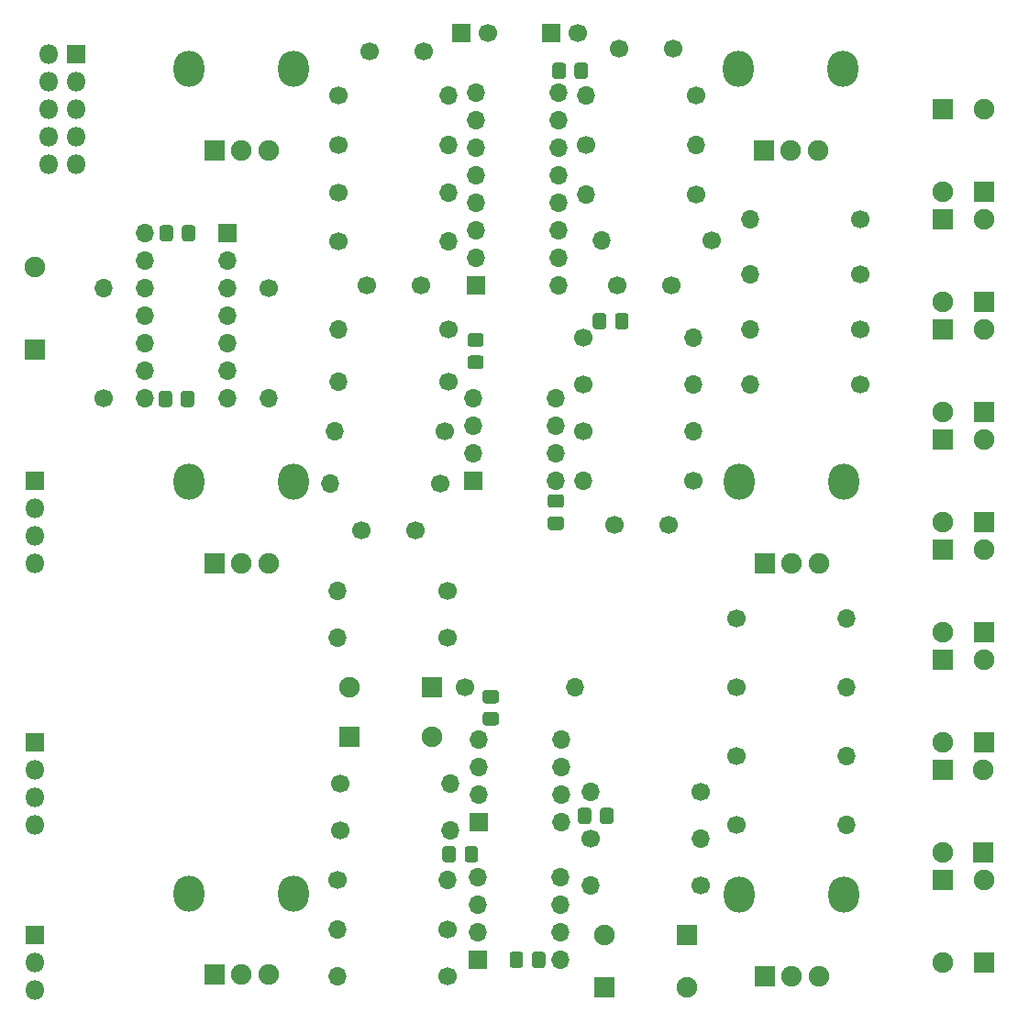
<source format=gbr>
G04 #@! TF.GenerationSoftware,KiCad,Pcbnew,5.1.6-c6e7f7d~86~ubuntu18.04.1*
G04 #@! TF.CreationDate,2020-06-20T10:04:16-04:00*
G04 #@! TF.ProjectId,wave_folder,77617665-5f66-46f6-9c64-65722e6b6963,rev?*
G04 #@! TF.SameCoordinates,Original*
G04 #@! TF.FileFunction,Soldermask,Top*
G04 #@! TF.FilePolarity,Negative*
%FSLAX46Y46*%
G04 Gerber Fmt 4.6, Leading zero omitted, Abs format (unit mm)*
G04 Created by KiCad (PCBNEW 5.1.6-c6e7f7d~86~ubuntu18.04.1) date 2020-06-20 10:04:16*
%MOMM*%
%LPD*%
G01*
G04 APERTURE LIST*
%ADD10O,1.700000X1.700000*%
%ADD11R,1.700000X1.700000*%
%ADD12O,2.820000X3.340000*%
%ADD13C,1.900000*%
%ADD14R,1.900000X1.900000*%
%ADD15C,1.700000*%
%ADD16O,1.800000X1.800000*%
%ADD17R,1.800000X1.800000*%
%ADD18O,1.900000X1.900000*%
G04 APERTURE END LIST*
D10*
X142240000Y-73660000D03*
X149860000Y-88900000D03*
X142240000Y-76200000D03*
X149860000Y-86360000D03*
X142240000Y-78740000D03*
X149860000Y-83820000D03*
X142240000Y-81280000D03*
X149860000Y-81280000D03*
X142240000Y-83820000D03*
X149860000Y-78740000D03*
X142240000Y-86360000D03*
X149860000Y-76200000D03*
X142240000Y-88900000D03*
D11*
X149860000Y-73660000D03*
D10*
X180594000Y-140716000D03*
X172974000Y-133096000D03*
X180594000Y-138176000D03*
X172974000Y-135636000D03*
X180594000Y-135636000D03*
X172974000Y-138176000D03*
X180594000Y-133096000D03*
D11*
X172974000Y-140716000D03*
D10*
X180721000Y-128016000D03*
X173101000Y-120396000D03*
X180721000Y-125476000D03*
X173101000Y-122936000D03*
X180721000Y-122936000D03*
X173101000Y-125476000D03*
X180721000Y-120396000D03*
D11*
X173101000Y-128016000D03*
D10*
X180213000Y-96520000D03*
X172593000Y-88900000D03*
X180213000Y-93980000D03*
X172593000Y-91440000D03*
X180213000Y-91440000D03*
X172593000Y-93980000D03*
X180213000Y-88900000D03*
D11*
X172593000Y-96520000D03*
D10*
X180467000Y-78486000D03*
X172847000Y-60706000D03*
X180467000Y-75946000D03*
X172847000Y-63246000D03*
X180467000Y-73406000D03*
X172847000Y-65786000D03*
X180467000Y-70866000D03*
X172847000Y-68326000D03*
X180467000Y-68326000D03*
X172847000Y-70866000D03*
X180467000Y-65786000D03*
X172847000Y-73406000D03*
X180467000Y-63246000D03*
X172847000Y-75946000D03*
X180467000Y-60706000D03*
D11*
X172847000Y-78486000D03*
D12*
X197170000Y-134740000D03*
X206770000Y-134740000D03*
D13*
X204470000Y-142240000D03*
X201970000Y-142240000D03*
D14*
X199470000Y-142240000D03*
D12*
X146370000Y-134620000D03*
X155970000Y-134620000D03*
D13*
X153670000Y-142120000D03*
X151170000Y-142120000D03*
D14*
X148670000Y-142120000D03*
D12*
X197170000Y-96640000D03*
X206770000Y-96640000D03*
D13*
X204470000Y-104140000D03*
X201970000Y-104140000D03*
D14*
X199470000Y-104140000D03*
D12*
X146370000Y-96640000D03*
X155970000Y-96640000D03*
D13*
X153670000Y-104140000D03*
X151170000Y-104140000D03*
D14*
X148670000Y-104140000D03*
D12*
X197090000Y-58540000D03*
X206690000Y-58540000D03*
D13*
X204390000Y-66040000D03*
X201890000Y-66040000D03*
D14*
X199390000Y-66040000D03*
D12*
X146370000Y-58540000D03*
X155970000Y-58540000D03*
D13*
X153670000Y-66040000D03*
X151170000Y-66040000D03*
D14*
X148670000Y-66040000D03*
D10*
X183007000Y-60960000D03*
D15*
X193167000Y-60960000D03*
D10*
X183007000Y-70104000D03*
D15*
X193167000Y-70104000D03*
D10*
X193167000Y-65532000D03*
D15*
X183007000Y-65532000D03*
D10*
X184429400Y-74371200D03*
D15*
X194589400Y-74371200D03*
D10*
X182753000Y-96520000D03*
D15*
X192913000Y-96520000D03*
D10*
X192913000Y-83312000D03*
D15*
X182753000Y-83312000D03*
D10*
X192913000Y-87630000D03*
D15*
X182753000Y-87630000D03*
D10*
X192913000Y-91948000D03*
D15*
X182753000Y-91948000D03*
D10*
X138430000Y-78740000D03*
D15*
X138430000Y-88900000D03*
D10*
X153670000Y-88900000D03*
D15*
X153670000Y-78740000D03*
D10*
X181991000Y-115570000D03*
D15*
X171831000Y-115570000D03*
D10*
X170434000Y-124460000D03*
D15*
X160274000Y-124460000D03*
D10*
X170434000Y-128778000D03*
D15*
X160274000Y-128778000D03*
D10*
X160020000Y-106680000D03*
D15*
X170180000Y-106680000D03*
D10*
X160020000Y-110998000D03*
D15*
X170180000Y-110998000D03*
D10*
X160020000Y-142240000D03*
D15*
X170180000Y-142240000D03*
D10*
X160020000Y-137922000D03*
D15*
X170180000Y-137922000D03*
D10*
X170180000Y-133350000D03*
D15*
X160020000Y-133350000D03*
D10*
X170307000Y-74422000D03*
D15*
X160147000Y-74422000D03*
D10*
X170307000Y-65532000D03*
D15*
X160147000Y-65532000D03*
D10*
X160147000Y-82550000D03*
D15*
X170307000Y-82550000D03*
D10*
X170307000Y-60960000D03*
D15*
X160147000Y-60960000D03*
D10*
X170307000Y-69977000D03*
D15*
X160147000Y-69977000D03*
D10*
X160147000Y-87376000D03*
D15*
X170307000Y-87376000D03*
D10*
X159816800Y-91948000D03*
D15*
X169976800Y-91948000D03*
D10*
X159359600Y-96774000D03*
D15*
X169519600Y-96774000D03*
D10*
X183388000Y-133858000D03*
D15*
X193548000Y-133858000D03*
D10*
X193548000Y-129540000D03*
D15*
X183388000Y-129540000D03*
D10*
X207010000Y-128270000D03*
D15*
X196850000Y-128270000D03*
D10*
X207010000Y-121920000D03*
D15*
X196850000Y-121920000D03*
D10*
X207010000Y-115570000D03*
D15*
X196850000Y-115570000D03*
D10*
X207010000Y-109220000D03*
D15*
X196850000Y-109220000D03*
D10*
X183388000Y-125222000D03*
D15*
X193548000Y-125222000D03*
D10*
X198120000Y-87630000D03*
D15*
X208280000Y-87630000D03*
D10*
X198120000Y-82550000D03*
D15*
X208280000Y-82550000D03*
D10*
X198120000Y-77470000D03*
D15*
X208280000Y-77470000D03*
D10*
X198120000Y-72390000D03*
D15*
X208280000Y-72390000D03*
D16*
X133350000Y-67310000D03*
X135890000Y-67310000D03*
X133350000Y-64770000D03*
X135890000Y-64770000D03*
X133350000Y-62230000D03*
X135890000Y-62230000D03*
X133350000Y-59690000D03*
X135890000Y-59690000D03*
X133350000Y-57150000D03*
D17*
X135890000Y-57150000D03*
D16*
X132080000Y-104140000D03*
X132080000Y-101600000D03*
X132080000Y-99060000D03*
D17*
X132080000Y-96520000D03*
D16*
X132080000Y-128270000D03*
X132080000Y-125730000D03*
X132080000Y-123190000D03*
D17*
X132080000Y-120650000D03*
D16*
X132080000Y-143510000D03*
X132080000Y-140970000D03*
D17*
X132080000Y-138430000D03*
D18*
X132080000Y-76835000D03*
D14*
X132080000Y-84455000D03*
D18*
X168783000Y-120142000D03*
D14*
X161163000Y-120142000D03*
D18*
X161163000Y-115570000D03*
D14*
X168783000Y-115570000D03*
D18*
X184658000Y-138430000D03*
D14*
X192278000Y-138430000D03*
D18*
X192278000Y-143256000D03*
D14*
X184658000Y-143256000D03*
D18*
X219710000Y-133350000D03*
D14*
X219710000Y-140970000D03*
D18*
X219666000Y-123190000D03*
D14*
X219666000Y-130810000D03*
D18*
X219710000Y-113030000D03*
D14*
X219710000Y-120650000D03*
D18*
X219710000Y-102870000D03*
D14*
X219710000Y-110490000D03*
D18*
X219710000Y-92710000D03*
D14*
X219710000Y-100330000D03*
D18*
X219710000Y-82550000D03*
D14*
X219710000Y-90170000D03*
D18*
X219710000Y-72390000D03*
D14*
X219710000Y-80010000D03*
D18*
X219710000Y-62230000D03*
D14*
X219710000Y-69850000D03*
D18*
X215900000Y-140970000D03*
D14*
X215900000Y-133350000D03*
D18*
X215900000Y-130810000D03*
D14*
X215900000Y-123190000D03*
D18*
X215900000Y-120650000D03*
D14*
X215900000Y-113030000D03*
D18*
X215900000Y-110490000D03*
D14*
X215900000Y-102870000D03*
D18*
X215900000Y-100330000D03*
D14*
X215900000Y-92710000D03*
D18*
X215900000Y-90170000D03*
D14*
X215900000Y-82550000D03*
D18*
X215900000Y-80010000D03*
D14*
X215900000Y-72390000D03*
D18*
X215900000Y-69850000D03*
D14*
X215900000Y-62230000D03*
G36*
G01*
X144774860Y-88505558D02*
X144774860Y-89462082D01*
G75*
G02*
X144503122Y-89733820I-271738J0D01*
G01*
X143796598Y-89733820D01*
G75*
G02*
X143524860Y-89462082I0J271738D01*
G01*
X143524860Y-88505558D01*
G75*
G02*
X143796598Y-88233820I271738J0D01*
G01*
X144503122Y-88233820D01*
G75*
G02*
X144774860Y-88505558I0J-271738D01*
G01*
G37*
G36*
G01*
X146824860Y-88505558D02*
X146824860Y-89462082D01*
G75*
G02*
X146553122Y-89733820I-271738J0D01*
G01*
X145846598Y-89733820D01*
G75*
G02*
X145574860Y-89462082I0J271738D01*
G01*
X145574860Y-88505558D01*
G75*
G02*
X145846598Y-88233820I271738J0D01*
G01*
X146553122Y-88233820D01*
G75*
G02*
X146824860Y-88505558I0J-271738D01*
G01*
G37*
G36*
G01*
X145671600Y-74163662D02*
X145671600Y-73207138D01*
G75*
G02*
X145943338Y-72935400I271738J0D01*
G01*
X146649862Y-72935400D01*
G75*
G02*
X146921600Y-73207138I0J-271738D01*
G01*
X146921600Y-74163662D01*
G75*
G02*
X146649862Y-74435400I-271738J0D01*
G01*
X145943338Y-74435400D01*
G75*
G02*
X145671600Y-74163662I0J271738D01*
G01*
G37*
G36*
G01*
X143621600Y-74163662D02*
X143621600Y-73207138D01*
G75*
G02*
X143893338Y-72935400I271738J0D01*
G01*
X144599862Y-72935400D01*
G75*
G02*
X144871600Y-73207138I0J-271738D01*
G01*
X144871600Y-74163662D01*
G75*
G02*
X144599862Y-74435400I-271738J0D01*
G01*
X143893338Y-74435400D01*
G75*
G02*
X143621600Y-74163662I0J271738D01*
G01*
G37*
G36*
G01*
X171775000Y-131478262D02*
X171775000Y-130521738D01*
G75*
G02*
X172046738Y-130250000I271738J0D01*
G01*
X172753262Y-130250000D01*
G75*
G02*
X173025000Y-130521738I0J-271738D01*
G01*
X173025000Y-131478262D01*
G75*
G02*
X172753262Y-131750000I-271738J0D01*
G01*
X172046738Y-131750000D01*
G75*
G02*
X171775000Y-131478262I0J271738D01*
G01*
G37*
G36*
G01*
X169725000Y-131478262D02*
X169725000Y-130521738D01*
G75*
G02*
X169996738Y-130250000I271738J0D01*
G01*
X170703262Y-130250000D01*
G75*
G02*
X170975000Y-130521738I0J-271738D01*
G01*
X170975000Y-131478262D01*
G75*
G02*
X170703262Y-131750000I-271738J0D01*
G01*
X169996738Y-131750000D01*
G75*
G02*
X169725000Y-131478262I0J271738D01*
G01*
G37*
G36*
G01*
X177187800Y-140263138D02*
X177187800Y-141219662D01*
G75*
G02*
X176916062Y-141491400I-271738J0D01*
G01*
X176209538Y-141491400D01*
G75*
G02*
X175937800Y-141219662I0J271738D01*
G01*
X175937800Y-140263138D01*
G75*
G02*
X176209538Y-139991400I271738J0D01*
G01*
X176916062Y-139991400D01*
G75*
G02*
X177187800Y-140263138I0J-271738D01*
G01*
G37*
G36*
G01*
X179237800Y-140263138D02*
X179237800Y-141219662D01*
G75*
G02*
X178966062Y-141491400I-271738J0D01*
G01*
X178259538Y-141491400D01*
G75*
G02*
X177987800Y-141219662I0J271738D01*
G01*
X177987800Y-140263138D01*
G75*
G02*
X178259538Y-139991400I271738J0D01*
G01*
X178966062Y-139991400D01*
G75*
G02*
X179237800Y-140263138I0J-271738D01*
G01*
G37*
G36*
G01*
X173721738Y-117875000D02*
X174678262Y-117875000D01*
G75*
G02*
X174950000Y-118146738I0J-271738D01*
G01*
X174950000Y-118853262D01*
G75*
G02*
X174678262Y-119125000I-271738J0D01*
G01*
X173721738Y-119125000D01*
G75*
G02*
X173450000Y-118853262I0J271738D01*
G01*
X173450000Y-118146738D01*
G75*
G02*
X173721738Y-117875000I271738J0D01*
G01*
G37*
G36*
G01*
X173721738Y-115825000D02*
X174678262Y-115825000D01*
G75*
G02*
X174950000Y-116096738I0J-271738D01*
G01*
X174950000Y-116803262D01*
G75*
G02*
X174678262Y-117075000I-271738J0D01*
G01*
X173721738Y-117075000D01*
G75*
G02*
X173450000Y-116803262I0J271738D01*
G01*
X173450000Y-116096738D01*
G75*
G02*
X173721738Y-115825000I271738J0D01*
G01*
G37*
G36*
G01*
X184275000Y-127928262D02*
X184275000Y-126971738D01*
G75*
G02*
X184546738Y-126700000I271738J0D01*
G01*
X185253262Y-126700000D01*
G75*
G02*
X185525000Y-126971738I0J-271738D01*
G01*
X185525000Y-127928262D01*
G75*
G02*
X185253262Y-128200000I-271738J0D01*
G01*
X184546738Y-128200000D01*
G75*
G02*
X184275000Y-127928262I0J271738D01*
G01*
G37*
G36*
G01*
X182225000Y-127928262D02*
X182225000Y-126971738D01*
G75*
G02*
X182496738Y-126700000I271738J0D01*
G01*
X183203262Y-126700000D01*
G75*
G02*
X183475000Y-126971738I0J-271738D01*
G01*
X183475000Y-127928262D01*
G75*
G02*
X183203262Y-128200000I-271738J0D01*
G01*
X182496738Y-128200000D01*
G75*
G02*
X182225000Y-127928262I0J271738D01*
G01*
G37*
G36*
G01*
X172321738Y-84975000D02*
X173278262Y-84975000D01*
G75*
G02*
X173550000Y-85246738I0J-271738D01*
G01*
X173550000Y-85953262D01*
G75*
G02*
X173278262Y-86225000I-271738J0D01*
G01*
X172321738Y-86225000D01*
G75*
G02*
X172050000Y-85953262I0J271738D01*
G01*
X172050000Y-85246738D01*
G75*
G02*
X172321738Y-84975000I271738J0D01*
G01*
G37*
G36*
G01*
X172321738Y-82925000D02*
X173278262Y-82925000D01*
G75*
G02*
X173550000Y-83196738I0J-271738D01*
G01*
X173550000Y-83903262D01*
G75*
G02*
X173278262Y-84175000I-271738J0D01*
G01*
X172321738Y-84175000D01*
G75*
G02*
X172050000Y-83903262I0J271738D01*
G01*
X172050000Y-83196738D01*
G75*
G02*
X172321738Y-82925000I271738J0D01*
G01*
G37*
G36*
G01*
X179721738Y-99825000D02*
X180678262Y-99825000D01*
G75*
G02*
X180950000Y-100096738I0J-271738D01*
G01*
X180950000Y-100803262D01*
G75*
G02*
X180678262Y-101075000I-271738J0D01*
G01*
X179721738Y-101075000D01*
G75*
G02*
X179450000Y-100803262I0J271738D01*
G01*
X179450000Y-100096738D01*
G75*
G02*
X179721738Y-99825000I271738J0D01*
G01*
G37*
G36*
G01*
X179721738Y-97775000D02*
X180678262Y-97775000D01*
G75*
G02*
X180950000Y-98046738I0J-271738D01*
G01*
X180950000Y-98753262D01*
G75*
G02*
X180678262Y-99025000I-271738J0D01*
G01*
X179721738Y-99025000D01*
G75*
G02*
X179450000Y-98753262I0J271738D01*
G01*
X179450000Y-98046738D01*
G75*
G02*
X179721738Y-97775000I271738J0D01*
G01*
G37*
G36*
G01*
X181125000Y-58221738D02*
X181125000Y-59178262D01*
G75*
G02*
X180853262Y-59450000I-271738J0D01*
G01*
X180146738Y-59450000D01*
G75*
G02*
X179875000Y-59178262I0J271738D01*
G01*
X179875000Y-58221738D01*
G75*
G02*
X180146738Y-57950000I271738J0D01*
G01*
X180853262Y-57950000D01*
G75*
G02*
X181125000Y-58221738I0J-271738D01*
G01*
G37*
G36*
G01*
X183175000Y-58221738D02*
X183175000Y-59178262D01*
G75*
G02*
X182903262Y-59450000I-271738J0D01*
G01*
X182196738Y-59450000D01*
G75*
G02*
X181925000Y-59178262I0J271738D01*
G01*
X181925000Y-58221738D01*
G75*
G02*
X182196738Y-57950000I271738J0D01*
G01*
X182903262Y-57950000D01*
G75*
G02*
X183175000Y-58221738I0J-271738D01*
G01*
G37*
G36*
G01*
X185675000Y-82278262D02*
X185675000Y-81321738D01*
G75*
G02*
X185946738Y-81050000I271738J0D01*
G01*
X186653262Y-81050000D01*
G75*
G02*
X186925000Y-81321738I0J-271738D01*
G01*
X186925000Y-82278262D01*
G75*
G02*
X186653262Y-82550000I-271738J0D01*
G01*
X185946738Y-82550000D01*
G75*
G02*
X185675000Y-82278262I0J271738D01*
G01*
G37*
G36*
G01*
X183625000Y-82278262D02*
X183625000Y-81321738D01*
G75*
G02*
X183896738Y-81050000I271738J0D01*
G01*
X184603262Y-81050000D01*
G75*
G02*
X184875000Y-81321738I0J-271738D01*
G01*
X184875000Y-82278262D01*
G75*
G02*
X184603262Y-82550000I-271738J0D01*
G01*
X183896738Y-82550000D01*
G75*
G02*
X183625000Y-82278262I0J271738D01*
G01*
G37*
D15*
X173950000Y-55245000D03*
D11*
X171450000Y-55245000D03*
D15*
X182245000Y-55245000D03*
D11*
X179745000Y-55245000D03*
D15*
X186055000Y-56642000D03*
X191055000Y-56642000D03*
X185881000Y-78486000D03*
X190881000Y-78486000D03*
X185627000Y-100584000D03*
X190627000Y-100584000D03*
X167767000Y-78486000D03*
X162767000Y-78486000D03*
X168021000Y-56896000D03*
X163021000Y-56896000D03*
X167259000Y-101092000D03*
X162259000Y-101092000D03*
M02*

</source>
